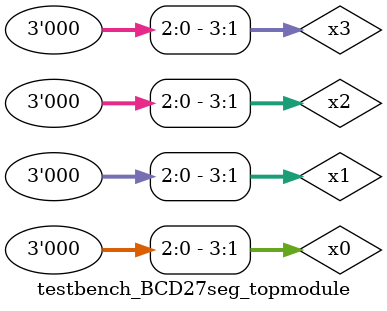
<source format=v>
`timescale 1ps/1ps
module testbench_BCD27seg_topmodule ();
    reg [3:0] x0, x1, x2, x3;
    wire [6:0] seg0, seg1, seg2, seg3;

    BCD27seg_topmodule duv(
        .x0(x0),
        .x1(x1),
        .x2(x2),
        .x3(x3),
        .seg0(seg0),
        .seg1(seg1),
        .seg2(seg2),
        .seg3(seg3)
    );

    // Generate input randomly
    initial begin
        repeat (200) begin
            x0 = $random;
            x1 = $random;
            x2 = $random;
            x3 = $random;
            #1;
        end
    end

endmodule
</source>
